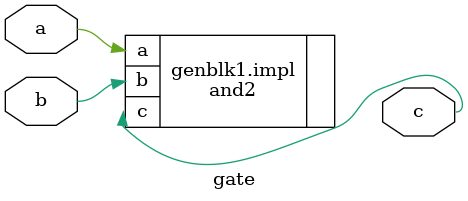
<source format=v>
module gate (
    input  a,
    input  b,
    output c
);
    parameter [0:0] Impl = 1'b0;

    generate
        if (Impl == 1'b0) begin
            and2 impl (
                .a(a),
                .b(b),
                .c(c)
            );
        end else if (Impl == 1'b1) begin
            or2 impl (
                .a(a),
                .b(b),
                .c(c)
            );
        end
    endgenerate
endmodule

</source>
